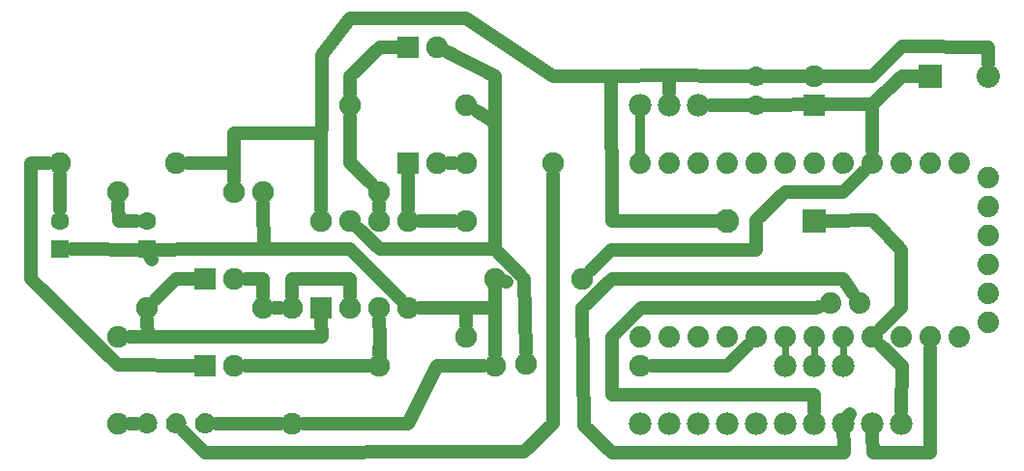
<source format=gtl>
G04 MADE WITH FRITZING*
G04 WWW.FRITZING.ORG*
G04 DOUBLE SIDED*
G04 HOLES PLATED*
G04 CONTOUR ON CENTER OF CONTOUR VECTOR*
%ASAXBY*%
%FSLAX23Y23*%
%MOIN*%
%OFA0B0*%
%SFA1.0B1.0*%
%ADD10C,0.075000*%
%ADD11C,0.074000*%
%ADD12C,0.078000*%
%ADD13C,0.080000*%
%ADD14C,0.082000*%
%ADD15C,0.070000*%
%ADD16C,0.062992*%
%ADD17R,0.080000X0.080000*%
%ADD18R,0.082000X0.082000*%
%ADD19R,0.075000X0.075000*%
%ADD20R,0.062992X0.062992*%
%ADD21C,0.048000*%
%ADD22C,0.032000*%
%ADD23C,0.024000*%
%ADD24R,0.001000X0.001000*%
%LNCOPPER1*%
G90*
G70*
G54D10*
X1673Y768D03*
X1973Y768D03*
G54D11*
X3373Y618D03*
X3373Y718D03*
X3373Y818D03*
X3373Y918D03*
X3373Y1018D03*
X3373Y1118D03*
X3273Y568D03*
X3173Y568D03*
X3073Y568D03*
X2973Y568D03*
X2873Y568D03*
X2928Y683D03*
X2828Y683D03*
X2773Y568D03*
X2673Y568D03*
X2573Y568D03*
X2473Y568D03*
X2373Y568D03*
X2273Y568D03*
X2173Y568D03*
X2173Y1168D03*
X2273Y1168D03*
X2373Y1168D03*
X2473Y1168D03*
X2573Y1168D03*
X2673Y1168D03*
X2773Y1168D03*
X2873Y1168D03*
X2973Y1168D03*
X3073Y1168D03*
X3173Y1168D03*
X3273Y1168D03*
G54D12*
X2173Y268D03*
X2273Y268D03*
X2373Y268D03*
X2473Y268D03*
X2573Y268D03*
X2673Y268D03*
X2773Y268D03*
X2873Y268D03*
X2973Y268D03*
X3073Y268D03*
X2173Y1368D03*
X2273Y1368D03*
X2373Y1368D03*
G54D13*
X3173Y1468D03*
X3370Y1468D03*
G54D14*
X2771Y968D03*
X2473Y968D03*
G54D10*
X2773Y1368D03*
X2773Y1468D03*
G54D15*
X2573Y1368D03*
X2573Y1469D03*
G54D10*
X1073Y668D03*
X1073Y968D03*
X1173Y668D03*
X1173Y968D03*
X1273Y668D03*
X1273Y968D03*
X1373Y668D03*
X1373Y968D03*
G54D16*
X473Y870D03*
X473Y968D03*
G54D10*
X1778Y473D03*
X2173Y468D03*
G54D12*
X2673Y468D03*
X2773Y468D03*
X2873Y468D03*
G54D16*
X173Y870D03*
X173Y968D03*
G54D10*
X373Y1068D03*
X773Y1068D03*
X173Y1168D03*
X573Y1168D03*
X673Y468D03*
X773Y468D03*
X1273Y468D03*
X1673Y468D03*
X973Y668D03*
X973Y268D03*
X473Y668D03*
X873Y668D03*
X673Y768D03*
X773Y768D03*
G54D15*
X673Y268D03*
X573Y268D03*
X473Y268D03*
G54D10*
X373Y268D03*
X373Y568D03*
X1373Y1168D03*
X1473Y1168D03*
X1573Y968D03*
X1573Y568D03*
X1573Y1168D03*
X1873Y1168D03*
X873Y1068D03*
X1273Y1068D03*
X1173Y1368D03*
X1573Y1368D03*
X1373Y1568D03*
X1473Y1568D03*
G54D17*
X3173Y1468D03*
G54D18*
X2772Y968D03*
G54D19*
X2773Y1368D03*
X1073Y668D03*
G54D20*
X473Y870D03*
X173Y870D03*
G54D19*
X673Y468D03*
X673Y768D03*
X1373Y1168D03*
X1373Y1568D03*
G54D21*
X2974Y970D02*
X2814Y969D01*
D02*
X3073Y867D02*
X2974Y970D01*
D02*
X3073Y669D02*
X3073Y867D01*
D02*
X3003Y598D02*
X3073Y669D01*
D02*
X2673Y1069D02*
X2571Y970D01*
D02*
X2872Y1069D02*
X2673Y1069D01*
D02*
X2571Y970D02*
X2571Y868D01*
D02*
X2571Y868D02*
X2073Y868D01*
D02*
X2073Y868D02*
X2001Y796D01*
D02*
X2943Y1139D02*
X2872Y1069D01*
D02*
X1673Y768D02*
X1711Y759D01*
D02*
X1673Y669D02*
X1673Y768D01*
D02*
X1772Y769D02*
X1777Y513D01*
D02*
X1671Y870D02*
X1772Y769D01*
D02*
X3172Y167D02*
X2974Y167D01*
D02*
X2974Y167D02*
X2973Y227D01*
D02*
X3173Y526D02*
X3172Y167D01*
D02*
X1673Y1307D02*
X1607Y1348D01*
D02*
X2788Y671D02*
X2775Y667D01*
D02*
X2772Y369D02*
X2773Y310D01*
D02*
X2174Y668D02*
X2074Y568D01*
D02*
X2074Y568D02*
X2074Y369D01*
D02*
X2775Y667D02*
X2174Y668D01*
D02*
X2074Y369D02*
X2772Y369D01*
D02*
X1671Y870D02*
X1673Y1307D01*
D02*
X1673Y1468D02*
X1508Y1551D01*
D02*
X1673Y1307D02*
X1673Y1468D01*
D02*
X3003Y539D02*
X3074Y468D01*
D02*
X3074Y468D02*
X3073Y310D01*
D02*
X1573Y668D02*
X1413Y668D01*
D02*
X1673Y669D02*
X1573Y668D01*
D02*
X2905Y719D02*
X2873Y768D01*
D02*
X2874Y169D02*
X2873Y269D01*
D02*
X2074Y768D02*
X1973Y668D01*
D02*
X2873Y269D02*
X2896Y302D01*
D02*
X2074Y169D02*
X2874Y169D01*
D02*
X2873Y768D02*
X2074Y768D01*
D02*
X1973Y668D02*
X1978Y260D01*
D02*
X1978Y260D02*
X2074Y169D01*
G54D22*
D02*
X2173Y1205D02*
X2173Y1333D01*
G54D21*
D02*
X2973Y1211D02*
X2972Y1370D01*
D02*
X2972Y1370D02*
X2414Y1369D01*
D02*
X1274Y870D02*
X1671Y870D01*
D02*
X2474Y1468D02*
X2972Y1468D01*
D02*
X2272Y1410D02*
X2272Y1470D01*
D02*
X3372Y1567D02*
X3371Y1511D01*
D02*
X2272Y1470D02*
X2474Y1468D01*
D02*
X3075Y1571D02*
X3372Y1567D01*
D02*
X2972Y1468D02*
X3075Y1571D01*
D02*
X1201Y941D02*
X1274Y870D01*
D02*
X3075Y1468D02*
X3131Y1468D01*
D02*
X2972Y1370D02*
X3075Y1468D01*
D02*
X773Y1270D02*
X773Y1108D01*
D02*
X374Y967D02*
X373Y1029D01*
D02*
X435Y968D02*
X374Y967D01*
D02*
X2073Y1468D02*
X2074Y967D01*
D02*
X2074Y967D02*
X2430Y968D01*
D02*
X2272Y1470D02*
X2073Y1468D01*
D02*
X874Y870D02*
X672Y870D01*
D02*
X672Y870D02*
X473Y869D01*
D02*
X1172Y870D02*
X874Y870D01*
D02*
X1274Y767D02*
X1172Y870D01*
D02*
X473Y869D02*
X487Y835D01*
D02*
X1345Y697D02*
X1274Y767D01*
D02*
X773Y1169D02*
X613Y1169D01*
D02*
X773Y1270D02*
X773Y1169D01*
D02*
X173Y1006D02*
X173Y1129D01*
D02*
X473Y869D02*
X211Y870D01*
D02*
X2213Y468D02*
X2472Y468D01*
D02*
X2472Y468D02*
X2543Y539D01*
D02*
X1274Y469D02*
X813Y469D01*
G54D23*
D02*
X2873Y537D02*
X2873Y499D01*
G54D21*
D02*
X1274Y569D02*
X1274Y469D01*
G54D23*
D02*
X2773Y499D02*
X2773Y537D01*
G54D21*
D02*
X1273Y629D02*
X1274Y569D01*
G54D23*
D02*
X2673Y499D02*
X2673Y537D01*
G54D21*
D02*
X73Y1068D02*
X73Y769D01*
D02*
X373Y470D02*
X633Y469D01*
D02*
X73Y769D02*
X373Y470D01*
D02*
X73Y1168D02*
X73Y1068D01*
D02*
X133Y1168D02*
X73Y1168D01*
D02*
X1274Y569D02*
X1273Y508D01*
D02*
X1673Y669D02*
X1673Y508D01*
D02*
X1172Y767D02*
X973Y767D01*
D02*
X973Y767D02*
X973Y708D01*
D02*
X1172Y708D02*
X1172Y767D01*
D02*
X1373Y268D02*
X1013Y268D01*
D02*
X1472Y469D02*
X1373Y268D01*
D02*
X1633Y469D02*
X1472Y469D01*
D02*
X933Y668D02*
X913Y668D01*
D02*
X474Y567D02*
X1074Y568D01*
D02*
X1074Y568D02*
X1073Y629D01*
D02*
X473Y629D02*
X474Y567D01*
D02*
X872Y767D02*
X813Y768D01*
D02*
X873Y708D02*
X872Y767D01*
D02*
X573Y767D02*
X633Y768D01*
D02*
X501Y696D02*
X573Y767D01*
D02*
X474Y567D02*
X413Y568D01*
D02*
X413Y268D02*
X436Y268D01*
D02*
X933Y268D02*
X710Y268D01*
D02*
X1533Y968D02*
X1413Y968D01*
D02*
X1573Y668D02*
X1573Y608D01*
D02*
X1075Y1540D02*
X1173Y1667D01*
D02*
X1872Y1468D02*
X2073Y1468D01*
D02*
X1573Y1669D02*
X1872Y1468D01*
D02*
X1173Y1667D02*
X1573Y1669D01*
D02*
X1073Y1008D02*
X1075Y1540D01*
D02*
X1072Y1270D02*
X1073Y1008D01*
D02*
X773Y1270D02*
X1072Y1270D01*
D02*
X1373Y1008D02*
X1373Y1129D01*
D02*
X1513Y1168D02*
X1533Y1168D01*
D02*
X1773Y170D02*
X1873Y268D01*
D02*
X672Y167D02*
X1773Y170D01*
D02*
X1873Y268D02*
X1873Y1129D01*
D02*
X599Y242D02*
X672Y167D01*
D02*
X1273Y1008D02*
X1273Y1029D01*
D02*
X874Y870D02*
X873Y1029D01*
D02*
X1172Y1168D02*
X1173Y1329D01*
D02*
X1245Y1096D02*
X1172Y1168D01*
D02*
X1173Y1468D02*
X1274Y1569D01*
D02*
X1274Y1569D02*
X1333Y1569D01*
D02*
X1173Y1408D02*
X1173Y1468D01*
G54D24*
X466Y304D02*
X479Y304D01*
X566Y304D02*
X579Y304D01*
X666Y304D02*
X679Y304D01*
X462Y303D02*
X482Y303D01*
X562Y303D02*
X582Y303D01*
X662Y303D02*
X682Y303D01*
X460Y302D02*
X485Y302D01*
X560Y302D02*
X585Y302D01*
X660Y302D02*
X685Y302D01*
X458Y301D02*
X487Y301D01*
X558Y301D02*
X587Y301D01*
X658Y301D02*
X687Y301D01*
X456Y300D02*
X488Y300D01*
X556Y300D02*
X588Y300D01*
X656Y300D02*
X688Y300D01*
X455Y299D02*
X490Y299D01*
X555Y299D02*
X590Y299D01*
X655Y299D02*
X690Y299D01*
X453Y298D02*
X491Y298D01*
X553Y298D02*
X591Y298D01*
X653Y298D02*
X691Y298D01*
X452Y297D02*
X493Y297D01*
X552Y297D02*
X593Y297D01*
X652Y297D02*
X693Y297D01*
X451Y296D02*
X494Y296D01*
X551Y296D02*
X594Y296D01*
X651Y296D02*
X694Y296D01*
X450Y295D02*
X495Y295D01*
X550Y295D02*
X595Y295D01*
X650Y295D02*
X695Y295D01*
X448Y294D02*
X496Y294D01*
X548Y294D02*
X596Y294D01*
X648Y294D02*
X696Y294D01*
X448Y293D02*
X497Y293D01*
X548Y293D02*
X597Y293D01*
X648Y293D02*
X697Y293D01*
X447Y292D02*
X498Y292D01*
X547Y292D02*
X598Y292D01*
X647Y292D02*
X698Y292D01*
X446Y291D02*
X499Y291D01*
X546Y291D02*
X599Y291D01*
X646Y291D02*
X699Y291D01*
X445Y290D02*
X500Y290D01*
X545Y290D02*
X600Y290D01*
X645Y290D02*
X699Y290D01*
X444Y289D02*
X500Y289D01*
X544Y289D02*
X600Y289D01*
X644Y289D02*
X700Y289D01*
X444Y288D02*
X501Y288D01*
X544Y288D02*
X601Y288D01*
X644Y288D02*
X701Y288D01*
X443Y287D02*
X502Y287D01*
X543Y287D02*
X602Y287D01*
X643Y287D02*
X702Y287D01*
X442Y286D02*
X502Y286D01*
X542Y286D02*
X602Y286D01*
X642Y286D02*
X702Y286D01*
X442Y285D02*
X503Y285D01*
X542Y285D02*
X603Y285D01*
X642Y285D02*
X703Y285D01*
X441Y284D02*
X466Y284D01*
X479Y284D02*
X503Y284D01*
X541Y284D02*
X566Y284D01*
X579Y284D02*
X603Y284D01*
X641Y284D02*
X666Y284D01*
X679Y284D02*
X703Y284D01*
X441Y283D02*
X464Y283D01*
X481Y283D02*
X504Y283D01*
X541Y283D02*
X564Y283D01*
X581Y283D02*
X604Y283D01*
X641Y283D02*
X663Y283D01*
X681Y283D02*
X704Y283D01*
X440Y282D02*
X462Y282D01*
X483Y282D02*
X504Y282D01*
X540Y282D02*
X562Y282D01*
X583Y282D02*
X604Y282D01*
X640Y282D02*
X662Y282D01*
X683Y282D02*
X704Y282D01*
X440Y281D02*
X461Y281D01*
X484Y281D02*
X505Y281D01*
X540Y281D02*
X561Y281D01*
X584Y281D02*
X605Y281D01*
X640Y281D02*
X661Y281D01*
X684Y281D02*
X705Y281D01*
X440Y280D02*
X460Y280D01*
X485Y280D02*
X505Y280D01*
X540Y280D02*
X560Y280D01*
X585Y280D02*
X605Y280D01*
X640Y280D02*
X660Y280D01*
X685Y280D02*
X705Y280D01*
X439Y279D02*
X459Y279D01*
X485Y279D02*
X505Y279D01*
X539Y279D02*
X559Y279D01*
X585Y279D02*
X605Y279D01*
X639Y279D02*
X659Y279D01*
X685Y279D02*
X705Y279D01*
X439Y278D02*
X459Y278D01*
X486Y278D02*
X506Y278D01*
X539Y278D02*
X559Y278D01*
X586Y278D02*
X606Y278D01*
X639Y278D02*
X659Y278D01*
X686Y278D02*
X706Y278D01*
X439Y277D02*
X458Y277D01*
X486Y277D02*
X506Y277D01*
X539Y277D02*
X558Y277D01*
X586Y277D02*
X606Y277D01*
X639Y277D02*
X658Y277D01*
X686Y277D02*
X706Y277D01*
X438Y276D02*
X458Y276D01*
X487Y276D02*
X506Y276D01*
X538Y276D02*
X558Y276D01*
X587Y276D02*
X606Y276D01*
X638Y276D02*
X658Y276D01*
X687Y276D02*
X706Y276D01*
X438Y275D02*
X457Y275D01*
X487Y275D02*
X506Y275D01*
X538Y275D02*
X557Y275D01*
X587Y275D02*
X606Y275D01*
X638Y275D02*
X657Y275D01*
X687Y275D02*
X706Y275D01*
X438Y274D02*
X457Y274D01*
X487Y274D02*
X506Y274D01*
X538Y274D02*
X557Y274D01*
X587Y274D02*
X606Y274D01*
X638Y274D02*
X657Y274D01*
X687Y274D02*
X706Y274D01*
X438Y273D02*
X457Y273D01*
X488Y273D02*
X507Y273D01*
X538Y273D02*
X557Y273D01*
X588Y273D02*
X607Y273D01*
X638Y273D02*
X657Y273D01*
X688Y273D02*
X707Y273D01*
X438Y272D02*
X457Y272D01*
X488Y272D02*
X507Y272D01*
X538Y272D02*
X557Y272D01*
X588Y272D02*
X607Y272D01*
X638Y272D02*
X657Y272D01*
X688Y272D02*
X707Y272D01*
X438Y271D02*
X457Y271D01*
X488Y271D02*
X507Y271D01*
X538Y271D02*
X557Y271D01*
X588Y271D02*
X607Y271D01*
X638Y271D02*
X657Y271D01*
X688Y271D02*
X707Y271D01*
X438Y270D02*
X457Y270D01*
X488Y270D02*
X507Y270D01*
X538Y270D02*
X557Y270D01*
X588Y270D02*
X607Y270D01*
X638Y270D02*
X657Y270D01*
X688Y270D02*
X707Y270D01*
X438Y269D02*
X457Y269D01*
X488Y269D02*
X507Y269D01*
X538Y269D02*
X557Y269D01*
X588Y269D02*
X607Y269D01*
X638Y269D02*
X657Y269D01*
X688Y269D02*
X707Y269D01*
X438Y268D02*
X457Y268D01*
X488Y268D02*
X507Y268D01*
X538Y268D02*
X557Y268D01*
X588Y268D02*
X607Y268D01*
X638Y268D02*
X657Y268D01*
X688Y268D02*
X707Y268D01*
X438Y267D02*
X457Y267D01*
X488Y267D02*
X507Y267D01*
X538Y267D02*
X557Y267D01*
X588Y267D02*
X607Y267D01*
X638Y267D02*
X657Y267D01*
X688Y267D02*
X707Y267D01*
X438Y266D02*
X457Y266D01*
X487Y266D02*
X506Y266D01*
X538Y266D02*
X557Y266D01*
X587Y266D02*
X606Y266D01*
X638Y266D02*
X657Y266D01*
X687Y266D02*
X706Y266D01*
X438Y265D02*
X457Y265D01*
X487Y265D02*
X506Y265D01*
X538Y265D02*
X557Y265D01*
X587Y265D02*
X606Y265D01*
X638Y265D02*
X657Y265D01*
X687Y265D02*
X706Y265D01*
X438Y264D02*
X458Y264D01*
X487Y264D02*
X506Y264D01*
X538Y264D02*
X558Y264D01*
X587Y264D02*
X606Y264D01*
X638Y264D02*
X658Y264D01*
X687Y264D02*
X706Y264D01*
X439Y263D02*
X458Y263D01*
X487Y263D02*
X506Y263D01*
X539Y263D02*
X558Y263D01*
X587Y263D02*
X606Y263D01*
X639Y263D02*
X658Y263D01*
X687Y263D02*
X706Y263D01*
X439Y262D02*
X458Y262D01*
X486Y262D02*
X506Y262D01*
X539Y262D02*
X558Y262D01*
X586Y262D02*
X606Y262D01*
X639Y262D02*
X658Y262D01*
X686Y262D02*
X706Y262D01*
X439Y261D02*
X459Y261D01*
X486Y261D02*
X505Y261D01*
X539Y261D02*
X559Y261D01*
X586Y261D02*
X605Y261D01*
X639Y261D02*
X659Y261D01*
X686Y261D02*
X705Y261D01*
X439Y260D02*
X460Y260D01*
X485Y260D02*
X505Y260D01*
X539Y260D02*
X560Y260D01*
X585Y260D02*
X605Y260D01*
X639Y260D02*
X660Y260D01*
X685Y260D02*
X705Y260D01*
X440Y259D02*
X460Y259D01*
X484Y259D02*
X505Y259D01*
X540Y259D02*
X560Y259D01*
X584Y259D02*
X605Y259D01*
X640Y259D02*
X660Y259D01*
X684Y259D02*
X705Y259D01*
X440Y258D02*
X462Y258D01*
X483Y258D02*
X504Y258D01*
X540Y258D02*
X562Y258D01*
X583Y258D02*
X604Y258D01*
X640Y258D02*
X662Y258D01*
X683Y258D02*
X704Y258D01*
X441Y257D02*
X463Y257D01*
X482Y257D02*
X504Y257D01*
X541Y257D02*
X563Y257D01*
X582Y257D02*
X604Y257D01*
X641Y257D02*
X663Y257D01*
X682Y257D02*
X704Y257D01*
X441Y256D02*
X465Y256D01*
X479Y256D02*
X503Y256D01*
X541Y256D02*
X565Y256D01*
X579Y256D02*
X603Y256D01*
X641Y256D02*
X665Y256D01*
X679Y256D02*
X703Y256D01*
X442Y255D02*
X470Y255D01*
X475Y255D02*
X503Y255D01*
X542Y255D02*
X570Y255D01*
X575Y255D02*
X603Y255D01*
X642Y255D02*
X670Y255D01*
X675Y255D02*
X703Y255D01*
X442Y254D02*
X502Y254D01*
X542Y254D02*
X602Y254D01*
X642Y254D02*
X702Y254D01*
X443Y253D02*
X502Y253D01*
X543Y253D02*
X602Y253D01*
X643Y253D02*
X702Y253D01*
X443Y252D02*
X501Y252D01*
X543Y252D02*
X601Y252D01*
X643Y252D02*
X701Y252D01*
X444Y251D02*
X500Y251D01*
X544Y251D02*
X600Y251D01*
X644Y251D02*
X700Y251D01*
X445Y250D02*
X500Y250D01*
X545Y250D02*
X600Y250D01*
X645Y250D02*
X700Y250D01*
X446Y249D02*
X499Y249D01*
X546Y249D02*
X599Y249D01*
X646Y249D02*
X699Y249D01*
X446Y248D02*
X498Y248D01*
X546Y248D02*
X598Y248D01*
X646Y248D02*
X698Y248D01*
X447Y247D02*
X497Y247D01*
X547Y247D02*
X597Y247D01*
X647Y247D02*
X697Y247D01*
X448Y246D02*
X496Y246D01*
X548Y246D02*
X596Y246D01*
X648Y246D02*
X696Y246D01*
X449Y245D02*
X495Y245D01*
X549Y245D02*
X595Y245D01*
X649Y245D02*
X695Y245D01*
X450Y244D02*
X494Y244D01*
X550Y244D02*
X594Y244D01*
X650Y244D02*
X694Y244D01*
X451Y243D02*
X493Y243D01*
X551Y243D02*
X593Y243D01*
X651Y243D02*
X693Y243D01*
X453Y242D02*
X492Y242D01*
X553Y242D02*
X592Y242D01*
X653Y242D02*
X692Y242D01*
X454Y241D02*
X490Y241D01*
X554Y241D02*
X590Y241D01*
X654Y241D02*
X690Y241D01*
X456Y240D02*
X489Y240D01*
X556Y240D02*
X589Y240D01*
X656Y240D02*
X689Y240D01*
X457Y239D02*
X487Y239D01*
X557Y239D02*
X587Y239D01*
X657Y239D02*
X687Y239D01*
X459Y238D02*
X485Y238D01*
X559Y238D02*
X585Y238D01*
X659Y238D02*
X685Y238D01*
X462Y237D02*
X483Y237D01*
X562Y237D02*
X583Y237D01*
X662Y237D02*
X683Y237D01*
X465Y236D02*
X480Y236D01*
X565Y236D02*
X580Y236D01*
X665Y236D02*
X680Y236D01*
X470Y235D02*
X474Y235D01*
X570Y235D02*
X574Y235D01*
X670Y235D02*
X674Y235D01*
D02*
G04 End of Copper1*
M02*
</source>
